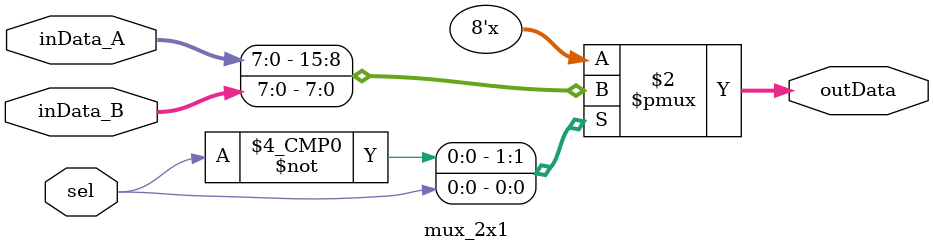
<source format=sv>
module mux_2x1 #(parameter DATA_WIDTH=8)(
  input		logic	[DATA_WIDTH-1:0] inData_A,
  input		logic	[DATA_WIDTH-1:0] inData_B,
  input		logic	sel,
  output 	logic [DATA_WIDTH-1:0] outData
);

always_comb begin
  case(sel)
    1'd0:     outData=inData_A;
    1'd1:     outData=inData_B;
    default:  outData='bz;
  endcase
end

endmodule

</source>
